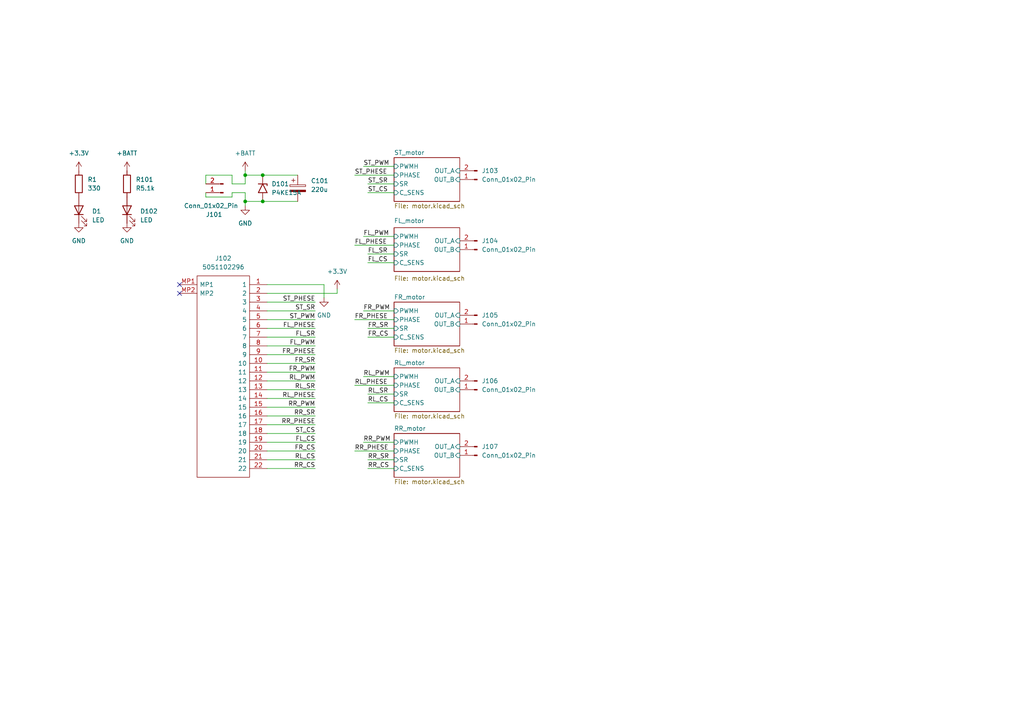
<source format=kicad_sch>
(kicad_sch (version 20230121) (generator eeschema)
  (paper "A4")
  (lib_symbols
    (symbol "00_my_sym:P4KE15A" (pin_numbers hide) (pin_names (offset 1.016) hide)
      (property "Reference" "D" (at 0 2.54 0))
      (property "Value" "P4KE15A" (at 0 -2.54 0))
      (symbol "P4KE15A_0_1"
        (polyline (pts (xy -0.762 1.27) (xy -1.27 1.27) (xy -1.27 -1.27)) (stroke (width 0.254)))
        (polyline (pts (xy 1.27 1.27) (xy 1.27 -1.27) (xy -1.27 0) (xy 1.27 1.27)) (stroke (width 0.254)))
      )
      (symbol "P4KE15A_1_1"
        (pin passive line (at -3.81 0 0) (length 2.54) (name "A1") (number "1"))
        (pin passive line (at 3.81 0 180) (length 2.54) (name "A2") (number "2"))
      )
    )
    (symbol "Device:LED" (pin_numbers hide) (pin_names (offset 1.016) hide)
      (property "Reference" "D" (at 0 2.54 0))
      (property "Value" "LED" (at 0 -2.54 0))
      (symbol "LED_0_1"
        (polyline (pts (xy -1.27 -1.27) (xy -1.27 1.27)) (stroke (width 0.254)))
        (polyline (pts (xy -1.27 0) (xy 1.27 0)))
        (polyline (pts (xy 1.27 -1.27) (xy 1.27 1.27) (xy -1.27 0) (xy 1.27 -1.27)) (stroke (width 0.254)))
        (polyline (pts (xy -3.048 -0.762) (xy -4.572 -2.286) (xy -3.81 -2.286) (xy -4.572 -2.286) (xy -4.572 -1.524)))
        (polyline (pts (xy -1.778 -0.762) (xy -3.302 -2.286) (xy -2.54 -2.286) (xy -3.302 -2.286) (xy -3.302 -1.524)))
      )
      (symbol "LED_1_1"
        (pin passive line (at -3.81 0 0) (length 2.54) (name "K") (number "1"))
        (pin passive line (at 3.81 0 180) (length 2.54) (name "A") (number "2"))
      )
    )
    (symbol "Device:R" (pin_numbers hide) (pin_names (offset 0))
      (property "Reference" "R" (at 2.032 0 90))
      (property "Value" "R" (at 0 0 90))
      (symbol "R_0_1"
        (rectangle (start -1.016 -2.54) (end 1.016 2.54) (stroke (width 0.254)))
      )
      (symbol "R_1_1"
        (pin passive line (at 0 3.81 270) (length 1.27) (name "~") (number "1"))
        (pin passive line (at 0 -3.81 90) (length 1.27) (name "~") (number "2"))
      )
    )
    (symbol "motorDrive:+3.3V" (power) (pin_names (offset 0))
      (property "Value" "+3.3V" (at 0 3.556 0))
      (symbol "+3.3V_0_1"
        (polyline (pts (xy -0.762 1.27) (xy 0 2.54)))
        (polyline (pts (xy 0 0) (xy 0 2.54)))
        (polyline (pts (xy 0 2.54) (xy 0.762 1.27)))
      )
      (symbol "+3.3V_1_1"
        (pin power_in line (at 0 0 90) (length 0) hide (name "+3.3V") (number "1"))
      )
    )
    (symbol "motorDrive:+BATT" (power) (pin_names (offset 0))
      (property "Value" "+BATT" (at 0 3.556 0))
      (symbol "+BATT_0_1"
        (polyline (pts (xy -0.762 1.27) (xy 0 2.54)))
        (polyline (pts (xy 0 0) (xy 0 2.54)))
        (polyline (pts (xy 0 2.54) (xy 0.762 1.27)))
      )
      (symbol "+BATT_1_1"
        (pin power_in line (at 0 0 90) (length 0) hide (name "+BATT") (number "1"))
      )
    )
    (symbol "motorDrive:5051102296" (pin_names (offset 0.762))
      (property "Reference" "J" (at 21.59 7.62 0))
      (property "Value" "5051102296" (at 21.59 5.08 0))
      (symbol "5051102296_0_0"
        (pin passive line (at 25.4 0 180) (length 5.08) (name "1") (number "1"))
        (pin passive line (at 25.4 -22.86 180) (length 5.08) (name "10") (number "10"))
        (pin passive line (at 25.4 -25.4 180) (length 5.08) (name "11") (number "11"))
        (pin passive line (at 25.4 -27.94 180) (length 5.08) (name "12") (number "12"))
        (pin passive line (at 25.4 -30.48 180) (length 5.08) (name "13") (number "13"))
        (pin passive line (at 25.4 -33.02 180) (length 5.08) (name "14") (number "14"))
        (pin passive line (at 25.4 -35.56 180) (length 5.08) (name "15") (number "15"))
        (pin passive line (at 25.4 -38.1 180) (length 5.08) (name "16") (number "16"))
        (pin passive line (at 25.4 -40.64 180) (length 5.08) (name "17") (number "17"))
        (pin passive line (at 25.4 -43.18 180) (length 5.08) (name "18") (number "18"))
        (pin passive line (at 25.4 -45.72 180) (length 5.08) (name "19") (number "19"))
        (pin passive line (at 25.4 -2.54 180) (length 5.08) (name "2") (number "2"))
        (pin passive line (at 25.4 -48.26 180) (length 5.08) (name "20") (number "20"))
        (pin passive line (at 25.4 -50.8 180) (length 5.08) (name "21") (number "21"))
        (pin passive line (at 25.4 -53.34 180) (length 5.08) (name "22") (number "22"))
        (pin passive line (at 25.4 -5.08 180) (length 5.08) (name "3") (number "3"))
        (pin passive line (at 25.4 -7.62 180) (length 5.08) (name "4") (number "4"))
        (pin passive line (at 25.4 -10.16 180) (length 5.08) (name "5") (number "5"))
        (pin passive line (at 25.4 -12.7 180) (length 5.08) (name "6") (number "6"))
        (pin passive line (at 25.4 -15.24 180) (length 5.08) (name "7") (number "7"))
        (pin passive line (at 25.4 -17.78 180) (length 5.08) (name "8") (number "8"))
        (pin passive line (at 25.4 -20.32 180) (length 5.08) (name "9") (number "9"))
        (pin passive line (at 0 0 0) (length 5.08) (name "MP1") (number "MP1"))
        (pin passive line (at 0 -2.54 0) (length 5.08) (name "MP2") (number "MP2"))
      )
      (symbol "5051102296_0_1"
        (polyline (pts (xy 5.08 2.54) (xy 20.32 2.54) (xy 20.32 -55.88) (xy 5.08 -55.88) (xy 5.08 2.54)) (stroke (width 0.1524)))
      )
    )
    (symbol "motorDrive:C_Polarized" (pin_numbers hide) (pin_names (offset 0.254))
      (property "Reference" "C" (at 0.635 2.54 0))
      (property "Value" "C_Polarized" (at 0.635 -2.54 0))
      (symbol "C_Polarized_0_1"
        (rectangle (start -2.286 0.508) (end 2.286 1.016))
        (polyline (pts (xy -1.778 2.286) (xy -0.762 2.286)))
        (polyline (pts (xy -1.27 2.794) (xy -1.27 1.778)))
        (rectangle (start 2.286 -0.508) (end -2.286 -1.016) (fill (type outline)))
      )
      (symbol "C_Polarized_1_1"
        (pin passive line (at 0 3.81 270) (length 2.794) (name "~") (number "1"))
        (pin passive line (at 0 -3.81 90) (length 2.794) (name "~") (number "2"))
      )
    )
    (symbol "motorDrive:Conn_01x02_Pin" (pin_names (offset 1.016) hide)
      (property "Reference" "J" (at 0 2.54 0))
      (property "Value" "Conn_01x02_Pin" (at 0 -5.08 0))
      (symbol "Conn_01x02_Pin_1_1"
        (polyline (pts (xy 1.27 -2.54) (xy 0.8636 -2.54)) (stroke (width 0.1524)))
        (polyline (pts (xy 1.27 0) (xy 0.8636 0)) (stroke (width 0.1524)))
        (rectangle (start 0.8636 -2.413) (end 0 -2.667) (stroke (width 0.1524)) (fill (type outline)))
        (rectangle (start 0.8636 0.127) (end 0 -0.127) (stroke (width 0.1524)) (fill (type outline)))
        (pin passive line (at 5.08 0 180) (length 3.81) (name "Pin_1") (number "1"))
        (pin passive line (at 5.08 -2.54 180) (length 3.81) (name "Pin_2") (number "2"))
      )
    )
    (symbol "motorDrive:GND" (power) (pin_names (offset 0))
      (property "Value" "GND" (at 0 -3.81 0))
      (symbol "GND_0_1"
        (polyline (pts (xy 0 0) (xy 0 -1.27) (xy 1.27 -1.27) (xy 0 -2.54) (xy -1.27 -1.27) (xy 0 -1.27)))
      )
      (symbol "GND_1_1"
        (pin power_in line (at 0 0 270) (length 0) hide (name "GND") (number "1"))
      )
    )
  )
  (junction (at 71.12 50.8))
  (junction (at 71.12 58.42))
  (junction (at 76.2 58.42))
  (junction (at 76.2 50.8))
  (no_connect (at 52.07 82.55))
  (no_connect (at 52.07 85.09))
  (wire (pts (xy 77.47 85.09) (xy 97.79 85.09)))
  (wire (pts (xy 67.31 50.8) (xy 67.31 53.34)))
  (wire (pts (xy 105.41 128.27) (xy 114.3 128.27)))
  (wire (pts (xy 71.12 50.8) (xy 76.2 50.8)))
  (wire (pts (xy 71.12 55.88) (xy 71.12 58.42)))
  (wire (pts (xy 77.47 110.49) (xy 91.44 110.49)))
  (wire (pts (xy 76.2 58.42) (xy 86.36 58.42)))
  (wire (pts (xy 114.3 71.12) (xy 102.87 71.12)))
  (wire (pts (xy 59.69 57.15) (xy 59.69 55.88)))
  (wire (pts (xy 105.41 90.17) (xy 114.3 90.17)))
  (wire (pts (xy 67.31 57.15) (xy 59.69 57.15)))
  (wire (pts (xy 71.12 58.42) (xy 76.2 58.42)))
  (wire (pts (xy 71.12 50.8) (xy 71.12 53.34)))
  (wire (pts (xy 77.47 90.17) (xy 91.44 90.17)))
  (wire (pts (xy 77.47 113.03) (xy 91.44 113.03)))
  (wire (pts (xy 106.68 114.3) (xy 114.3 114.3)))
  (wire (pts (xy 77.47 115.57) (xy 91.44 115.57)))
  (wire (pts (xy 67.31 53.34) (xy 71.12 53.34)))
  (wire (pts (xy 106.68 97.79) (xy 114.3 97.79)))
  (wire (pts (xy 97.79 85.09) (xy 97.79 83.82)))
  (wire (pts (xy 71.12 58.42) (xy 71.12 59.69)))
  (wire (pts (xy 106.68 55.88) (xy 114.3 55.88)))
  (wire (pts (xy 77.47 125.73) (xy 91.44 125.73)))
  (wire (pts (xy 114.3 130.81) (xy 102.87 130.81)))
  (wire (pts (xy 106.68 76.2) (xy 114.3 76.2)))
  (wire (pts (xy 106.68 95.25) (xy 114.3 95.25)))
  (wire (pts (xy 71.12 49.53) (xy 71.12 50.8)))
  (wire (pts (xy 77.47 120.65) (xy 91.44 120.65)))
  (wire (pts (xy 77.47 95.25) (xy 91.44 95.25)))
  (wire (pts (xy 77.47 92.71) (xy 91.44 92.71)))
  (wire (pts (xy 77.47 100.33) (xy 91.44 100.33)))
  (wire (pts (xy 67.31 55.88) (xy 67.31 57.15)))
  (wire (pts (xy 77.47 130.81) (xy 91.44 130.81)))
  (wire (pts (xy 77.47 107.95) (xy 91.44 107.95)))
  (wire (pts (xy 77.47 118.11) (xy 91.44 118.11)))
  (wire (pts (xy 71.12 55.88) (xy 67.31 55.88)))
  (wire (pts (xy 93.98 86.36) (xy 93.98 82.55)))
  (wire (pts (xy 77.47 102.87) (xy 91.44 102.87)))
  (wire (pts (xy 59.69 50.8) (xy 67.31 50.8)))
  (wire (pts (xy 106.68 73.66) (xy 114.3 73.66)))
  (wire (pts (xy 77.47 87.63) (xy 91.44 87.63)))
  (wire (pts (xy 106.68 135.89) (xy 114.3 135.89)))
  (wire (pts (xy 106.68 116.84) (xy 114.3 116.84)))
  (wire (pts (xy 77.47 82.55) (xy 93.98 82.55)))
  (wire (pts (xy 77.47 128.27) (xy 91.44 128.27)))
  (wire (pts (xy 106.68 53.34) (xy 114.3 53.34)))
  (wire (pts (xy 105.41 48.26) (xy 114.3 48.26)))
  (wire (pts (xy 77.47 133.35) (xy 91.44 133.35)))
  (wire (pts (xy 105.41 68.58) (xy 114.3 68.58)))
  (wire (pts (xy 114.3 92.71) (xy 102.87 92.71)))
  (wire (pts (xy 114.3 111.76) (xy 102.87 111.76)))
  (wire (pts (xy 76.2 50.8) (xy 86.36 50.8)))
  (wire (pts (xy 106.68 133.35) (xy 114.3 133.35)))
  (wire (pts (xy 77.47 123.19) (xy 91.44 123.19)))
  (wire (pts (xy 77.47 97.79) (xy 91.44 97.79)))
  (wire (pts (xy 77.47 105.41) (xy 91.44 105.41)))
  (wire (pts (xy 77.47 135.89) (xy 91.44 135.89)))
  (wire (pts (xy 105.41 109.22) (xy 114.3 109.22)))
  (wire (pts (xy 59.69 53.34) (xy 59.69 50.8)))
  (wire (pts (xy 114.3 50.8) (xy 102.87 50.8)))
  (label "ST_PWM" (at 91.44 92.71 180))
  (label "RR_PHESE" (at 102.87 130.81 0))
  (label "RR_PWM" (at 105.41 128.27 0))
  (label "ST_SR" (at 106.68 53.34 0))
  (label "FR_PWM" (at 105.41 90.17 0))
  (label "RL_PWM" (at 91.44 110.49 180))
  (label "FL_PHESE" (at 102.87 71.12 0))
  (label "ST_SR" (at 91.44 90.17 180))
  (label "RL_PWM" (at 105.41 109.22 0))
  (label "FL_CS" (at 91.44 128.27 180))
  (label "RL_SR" (at 106.68 114.3 0))
  (label "FL_CS" (at 106.68 76.2 0))
  (label "ST_PHESE" (at 102.87 50.8 0))
  (label "FR_CS" (at 91.44 130.81 180))
  (label "RR_PHESE" (at 91.44 123.19 180))
  (label "FR_PHESE" (at 102.87 92.71 0))
  (label "ST_CS" (at 91.44 125.73 180))
  (label "FR_SR" (at 106.68 95.25 0))
  (label "RL_CS" (at 106.68 116.84 0))
  (label "RL_CS" (at 91.44 133.35 180))
  (label "FR_PHESE" (at 91.44 102.87 180))
  (label "ST_PHESE" (at 91.44 87.63 180))
  (label "FL_PHESE" (at 91.44 95.25 180))
  (label "RL_PHESE" (at 102.87 111.76 0))
  (label "RR_SR" (at 91.44 120.65 180))
  (label "ST_CS" (at 106.68 55.88 0))
  (label "RR_PWM" (at 91.44 118.11 180))
  (label "RR_CS" (at 106.68 135.89 0))
  (label "RL_SR" (at 91.44 113.03 180))
  (label "RR_CS" (at 91.44 135.89 180))
  (label "FR_CS" (at 106.68 97.79 0))
  (label "FL_SR" (at 106.68 73.66 0))
  (label "FL_PWM" (at 91.44 100.33 180))
  (label "FL_SR" (at 91.44 97.79 180))
  (label "RL_PHESE" (at 91.44 115.57 180))
  (label "FL_PWM" (at 105.41 68.58 0))
  (label "FR_PWM" (at 91.44 107.95 180))
  (label "RR_SR" (at 106.68 133.35 0))
  (label "FR_SR" (at 91.44 105.41 180))
  (label "ST_PWM" (at 105.41 48.26 0))
  (symbol (lib_id "motorDrive:Conn_01x02_Pin") (at 138.43 113.03 180) (unit 1)
    (property "Reference" "J106" (at 139.7 110.49 0) (effects (justify right)))
    (property "Value" "Conn_01x02_Pin" (at 139.7 113.03 0) (effects (justify right)))
    (property "Footprint" "00_myFoot_7.0Lib:AMASS_XT30U-M_MOTOR" (effects hide))
  )
  (symbol (lib_id "motorDrive:GND") (at 93.98 86.36 0) (unit 1)
    (property "Reference" "#PWR0103" (effects hide))
    (property "Value" "GND" (at 93.98 91.44 0))
  )
  (symbol (lib_id "motorDrive:GND") (at 36.83 64.77 0) (unit 1)
    (property "Reference" "#PWR0106" (effects hide))
    (property "Value" "GND" (at 36.83 69.85 0))
  )
  (symbol (lib_id "motorDrive:+3.3V") (at 22.86 49.53 0) (unit 1)
    (property "Reference" "#PWR01" (effects hide))
    (property "Value" "+3.3V" (at 22.86 44.45 0))
  )
  (symbol (lib_id "Device:R") (at 22.86 53.34 0) (unit 1)
    (property "Reference" "R1" (at 25.4 52.07 0) (effects (justify left)))
    (property "Value" "330" (at 25.4 54.61 0) (effects (justify left)))
    (property "Footprint" "Resistor_SMD:R_0603_1608Metric" (effects hide))
  )
  (symbol (lib_id "motorDrive:GND") (at 22.86 64.77 0) (unit 1)
    (property "Reference" "#PWR02" (effects hide))
    (property "Value" "GND" (at 22.86 69.85 0))
  )
  (symbol (lib_id "motorDrive:+BATT") (at 71.12 49.53 0) (unit 1)
    (property "Reference" "#PWR0101" (effects hide))
    (property "Value" "+BATT" (at 71.12 44.45 0))
  )
  (symbol (lib_id "Device:LED") (at 22.86 60.96 90) (unit 1)
    (property "Reference" "D1" (at 26.67 61.2775 90) (effects (justify right)))
    (property "Value" "LED" (at 26.67 63.8175 90) (effects (justify right)))
    (property "Footprint" "LED_SMD:LED_0603_1608Metric" (effects hide))
  )
  (symbol (lib_id "motorDrive:C_Polarized") (at 86.36 54.61 0) (unit 1)
    (property "Reference" "C101" (at 90.17 52.451 0) (effects (justify left)))
    (property "Value" "220u" (at 90.17 54.991 0) (effects (justify left)))
    (property "Footprint" "Capacitor_SMD:CP_Elec_6.3x5.9" (effects hide))
  )
  (symbol (lib_id "motorDrive:Conn_01x02_Pin") (at 138.43 93.98 180) (unit 1)
    (property "Reference" "J105" (at 139.7 91.44 0) (effects (justify right)))
    (property "Value" "Conn_01x02_Pin" (at 139.7 93.98 0) (effects (justify right)))
    (property "Footprint" "00_myFoot_7.0Lib:AMASS_XT30U-M_MOTOR" (effects hide))
  )
  (symbol (lib_id "motorDrive:Conn_01x02_Pin") (at 64.77 55.88 180) (unit 1)
    (property "Reference" "J101" (at 59.69 62.23 0) (effects (justify right)))
    (property "Value" "Conn_01x02_Pin" (at 53.34 59.69 0) (effects (justify right)))
    (property "Footprint" "Connector_AMASS:AMASS_XT30U-M_1x02_P5.0mm_Vertical" (effects hide))
  )
  (symbol (lib_id "motorDrive:Conn_01x02_Pin") (at 138.43 52.07 180) (unit 1)
    (property "Reference" "J103" (at 139.7 49.53 0) (effects (justify right)))
    (property "Value" "Conn_01x02_Pin" (at 139.7 52.07 0) (effects (justify right)))
    (property "Footprint" "00_myFoot_7.0Lib:AMASS_XT30U-M_MOTOR" (effects hide))
  )
  (symbol (lib_id "motorDrive:+3.3V") (at 97.79 83.82 0) (unit 1)
    (property "Reference" "#PWR0104" (effects hide))
    (property "Value" "+3.3V" (at 97.79 78.74 0))
  )
  (symbol (lib_id "motorDrive:Conn_01x02_Pin") (at 138.43 132.08 180) (unit 1)
    (property "Reference" "J107" (at 139.7 129.54 0) (effects (justify right)))
    (property "Value" "Conn_01x02_Pin" (at 139.7 132.08 0) (effects (justify right)))
    (property "Footprint" "00_myFoot_7.0Lib:AMASS_XT30U-M_MOTOR" (effects hide))
  )
  (symbol (lib_id "Device:LED") (at 36.83 60.96 90) (unit 1)
    (property "Reference" "D102" (at 40.64 61.2775 90) (effects (justify right)))
    (property "Value" "LED" (at 40.64 63.8175 90) (effects (justify right)))
    (property "Footprint" "LED_SMD:LED_0603_1608Metric" (effects hide))
  )
  (symbol (lib_id "motorDrive:+BATT") (at 36.83 49.53 0) (unit 1)
    (property "Reference" "#PWR0105" (effects hide))
    (property "Value" "+BATT" (at 36.83 44.45 0))
  )
  (symbol (lib_id "Device:R") (at 36.83 53.34 0) (unit 1)
    (property "Reference" "R101" (at 39.37 52.07 0) (effects (justify left)))
    (property "Value" "R5.1k" (at 39.37 54.61 0) (effects (justify left)))
    (property "Footprint" "Resistor_SMD:R_0603_1608Metric" (effects hide))
  )
  (symbol (lib_id "motorDrive:Conn_01x02_Pin") (at 138.43 72.39 180) (unit 1)
    (property "Reference" "J104" (at 139.7 69.85 0) (effects (justify right)))
    (property "Value" "Conn_01x02_Pin" (at 139.7 72.39 0) (effects (justify right)))
    (property "Footprint" "00_myFoot_7.0Lib:AMASS_XT30U-M_MOTOR" (effects hide))
  )
  (symbol (lib_id "motorDrive:5051102296") (at 52.07 82.55 0) (unit 1)
    (property "Reference" "J102" (at 64.77 74.93 0))
    (property "Value" "5051102296" (at 64.77 77.47 0))
    (property "Footprint" "00_myFoot_7.0Lib:5051102296" (effects hide))
    (property "Datasheet" "https://datasheet.datasheetarchive.com/originals/dk/DKDS-16/314153.pdf" (effects hide))
    (property "Description" "Easy-On FFC/FPC Connector, 0.50mm Pitch, FD19 Series, Right-Angle, Bottom Contact, 1.90mm Height,  Circuits, Gold over Nickel Plating" (effects hide))
    (property "Height" "2.1" (effects hide))
    (property "Manufacturer_Name" "Molex" (effects hide))
    (property "Manufacturer_Part_Number" "5051102296" (effects hide))
  )
  (symbol (lib_id "00_my_sym:P4KE15A") (at 76.2 54.61 270) (unit 1)
    (property "Reference" "D101" (at 78.74 53.34 90) (effects (justify left)))
    (property "Value" "P4KE15A" (at 78.74 55.88 90) (effects (justify left)))
    (property "Footprint" "Diode_THT:D_A-405_P10.16mm_Horizontal" (effects hide))
  )
  (symbol (lib_id "motorDrive:GND") (at 71.12 59.69 0) (unit 1)
    (property "Reference" "#PWR0102" (effects hide))
    (property "Value" "GND" (at 71.12 64.77 0))
  )
  (sheet (at 114.3 45.72) (size 19.05 12.7) (stroke (width 0.1524))
    (property "Sheetname" "ST_motor" (at 114.3 45.0084 0) (effects (justify left bottom)))
    (property "Sheetfile" "motor.kicad_sch" (at 114.3 59.0046 0) (effects (justify left top)))
    (pin "PWMH" input (at 114.3 48.26 180))
    (pin "PHASE" input (at 114.3 50.8 180))
    (pin "SR" input (at 114.3 53.34 180))
    (pin "OUT_A" input (at 133.35 49.53 0))
    (pin "OUT_B" input (at 133.35 52.07 0))
    (pin "C_SENS" input (at 114.3 55.88 180))
  )
  (sheet (at 114.3 66.04) (size 19.05 12.7) (stroke (width 0.1524))
    (property "Sheetname" "FL_motor" (at 114.3 64.77 0) (effects (justify left bottom)))
    (property "Sheetfile" "motor.kicad_sch" (at 114.3 80.01 0) (effects (justify left top)))
    (pin "PWMH" input (at 114.3 68.58 180))
    (pin "PHASE" input (at 114.3 71.12 180))
    (pin "SR" input (at 114.3 73.66 180))
    (pin "OUT_A" input (at 133.35 69.85 0))
    (pin "OUT_B" input (at 133.35 72.39 0))
    (pin "C_SENS" input (at 114.3 76.2 180))
  )
  (sheet (at 114.3 87.63) (size 19.05 12.7) (stroke (width 0.1524))
    (property "Sheetname" "FR_motor" (at 114.3 86.9184 0) (effects (justify left bottom)))
    (property "Sheetfile" "motor.kicad_sch" (at 114.3 100.9146 0) (effects (justify left top)))
    (pin "PWMH" input (at 114.3 90.17 180))
    (pin "PHASE" input (at 114.3 92.71 180))
    (pin "SR" input (at 114.3 95.25 180))
    (pin "OUT_A" input (at 133.35 91.44 0))
    (pin "OUT_B" input (at 133.35 93.98 0))
    (pin "C_SENS" input (at 114.3 97.79 180))
  )
  (sheet (at 114.3 125.73) (size 19.05 12.7) (stroke (width 0.1524))
    (property "Sheetname" "RR_motor" (at 114.3 125.0184 0) (effects (justify left bottom)))
    (property "Sheetfile" "motor.kicad_sch" (at 114.3 139.0146 0) (effects (justify left top)))
    (pin "PWMH" input (at 114.3 128.27 180))
    (pin "PHASE" input (at 114.3 130.81 180))
    (pin "SR" input (at 114.3 133.35 180))
    (pin "OUT_A" input (at 133.35 129.54 0))
    (pin "OUT_B" input (at 133.35 132.08 0))
    (pin "C_SENS" input (at 114.3 135.89 180))
  )
  (sheet (at 114.3 106.68) (size 19.05 12.7) (stroke (width 0.1524))
    (property "Sheetname" "RL_motor" (at 114.3 105.9684 0) (effects (justify left bottom)))
    (property "Sheetfile" "motor.kicad_sch" (at 114.3 119.9646 0) (effects (justify left top)))
    (pin "PWMH" input (at 114.3 109.22 180))
    (pin "PHASE" input (at 114.3 111.76 180))
    (pin "SR" input (at 114.3 114.3 180))
    (pin "OUT_A" input (at 133.35 110.49 0))
    (pin "OUT_B" input (at 133.35 113.03 0))
    (pin "C_SENS" input (at 114.3 116.84 180))
  )
)
</source>
